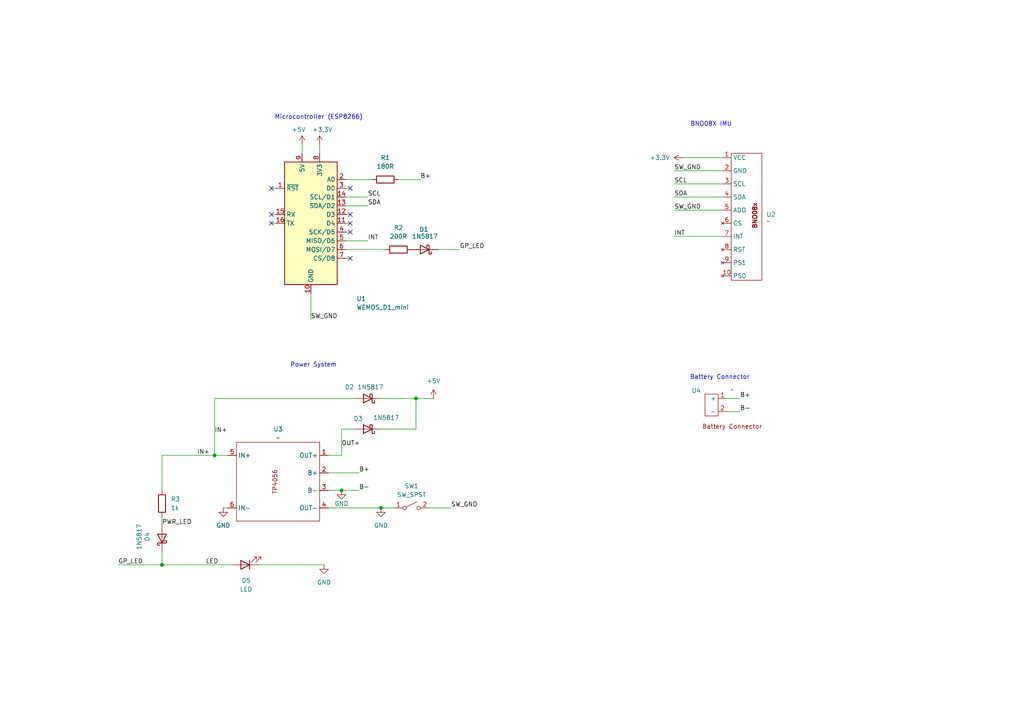
<source format=kicad_sch>
(kicad_sch (version 20250114) (generator "eeschema") (generator_version "9.0")
  (paper "A4")
  (title_block (title "CVISS Tracker PCB") (company "Noah Yacowar"))
  (lib_symbols
    (symbol "Battery_Connector_1"
      (property "Reference" "U" (at 3.81 0 0))
      (symbol "Battery_Connector_1_0_1"
        (rectangle (start 6.35 8.89) (end 10.16 2.54))
      )
      (symbol "Battery_Connector_1_1_1"
        (text "Battery Connector\n" (at 2.286 11.938 0) (effects (font (size 1.27 1.27))))
        (pin power_in line (at 3.81 7.62 0) (length 2.54) (name "-") (number "2"))
        (pin power_in line (at 3.81 3.81 0) (length 2.54) (name "+") (number "1"))
      )
    )
    (symbol "Custom_Symbol_Library:BNO08x_Board"
      (property "Reference" "U" (at 0 0 0))
      (symbol "BNO08x_Board_0_1"
        (rectangle (start 10.16 -10.16) (end 10.16 -10.16))
      )
      (symbol "BNO08x_Board_1_1"
        (rectangle (start 1.27 -2.54) (end 10.16 -39.37))
        (text "BNO08x" (at 8.128 -20.574 900) (effects (font (size 1.27 1.27) (thickness 0.254) (bold yes))))
        (pin power_in line (at -1.27 -3.81 0) (length 2.54) (name "VCC") (number "1"))
        (pin power_out line (at -1.27 -7.62 0) (length 2.54) (name "GND") (number "2"))
        (pin bidirectional line (at -1.27 -11.43 0) (length 2.54) (name "SCL") (number "3"))
        (pin bidirectional line (at -1.27 -15.24 0) (length 2.54) (name "SDA") (number "4"))
        (pin input line (at -1.27 -19.05 0) (length 2.54) (name "ADO") (number "5"))
        (pin no_connect line (at -1.27 -22.86 0) (length 2.54) (name "CS") (number "6"))
        (pin output line (at -1.27 -26.67 0) (length 2.54) (name "INT") (number "7"))
        (pin no_connect line (at -1.27 -30.48 0) (length 2.54) (name "RST") (number "8"))
        (pin no_connect line (at -1.27 -34.29 0) (length 2.54) (name "PS1") (number "9"))
        (pin no_connect line (at -1.27 -38.1 0) (length 2.54) (name "PS0") (number "10"))
      )
    )
    (symbol "Custom_Symbol_Library:TP4056_Board"
      (property "Reference" "U" (at -10.668 9.652 0))
      (symbol "TP4056_Board_0_1"
        (rectangle (start -11.43 -1.27) (end 11.43 -25.4))
      )
      (symbol "TP4056_Board_1_1"
        (text "TP4056\n" (at 0 -14.224 0) (effects (font (size 1.27 1.27))))
        (pin power_out line (at -7.62 1.27 270) (length 2.54) (name "OUT+") (number "1"))
        (pin power_in line (at -7.62 -27.94 90) (length 2.54) (name "IN+") (number "5"))
        (pin power_out line (at -2.54 1.27 270) (length 2.54) (name "B+") (number "2"))
        (pin power_out line (at 2.54 1.27 270) (length 2.54) (name "B-") (number "3"))
        (pin power_out line (at 7.62 1.27 270) (length 2.54) (name "OUT-") (number "4"))
        (pin power_in line (at 7.62 -27.94 90) (length 2.54) (name "IN-") (number "6"))
      )
    )
    (symbol "Device:LED" (pin_numbers (hide yes)) (pin_names (offset 1.016) (hide yes))
      (property "Reference" "D" (at 0 2.54 0))
      (property "Value" "LED" (at 0 -2.54 0))
      (symbol "LED_0_1"
        (polyline (pts (xy -3.048 -0.762) (xy -4.572 -2.286) (xy -3.81 -2.286) (xy -4.572 -2.286) (xy -4.572 -1.524)))
        (polyline (pts (xy -1.778 -0.762) (xy -3.302 -2.286) (xy -2.54 -2.286) (xy -3.302 -2.286) (xy -3.302 -1.524)))
        (polyline (pts (xy -1.27 0) (xy 1.27 0)))
        (polyline (pts (xy -1.27 -1.27) (xy -1.27 1.27)) (stroke (width 0.254)))
        (polyline (pts (xy 1.27 -1.27) (xy 1.27 1.27) (xy -1.27 0) (xy 1.27 -1.27)) (stroke (width 0.254)))
      )
      (symbol "LED_1_1"
        (pin passive line (at -3.81 0 0) (length 2.54) (name "K") (number "1"))
        (pin passive line (at 3.81 0 180) (length 2.54) (name "A") (number "2"))
      )
    )
    (symbol "Device:R" (pin_numbers (hide yes)) (pin_names (offset 0))
      (property "Reference" "R" (at 2.032 0 90))
      (property "Value" "R" (at 0 0 90))
      (symbol "R_0_1"
        (rectangle (start -1.016 -2.54) (end 1.016 2.54) (stroke (width 0.254)))
      )
      (symbol "R_1_1"
        (pin passive line (at 0 3.81 270) (length 1.27) (name "~") (number "1"))
        (pin passive line (at 0 -3.81 90) (length 1.27) (name "~") (number "2"))
      )
    )
    (symbol "Diode:1N5817" (pin_numbers (hide yes)) (pin_names (offset 1.016) (hide yes))
      (property "Reference" "D" (at 0 2.54 0))
      (property "Value" "1N5817" (at 0 -2.54 0))
      (symbol "1N5817_0_1"
        (polyline (pts (xy -1.905 0.635) (xy -1.905 1.27) (xy -1.27 1.27) (xy -1.27 -1.27) (xy -0.635 -1.27) (xy -0.635 -0.635)) (stroke (width 0.254)))
        (polyline (pts (xy 1.27 1.27) (xy 1.27 -1.27) (xy -1.27 0) (xy 1.27 1.27)) (stroke (width 0.254)))
        (polyline (pts (xy 1.27 0) (xy -1.27 0)))
      )
      (symbol "1N5817_1_1"
        (pin passive line (at -3.81 0 0) (length 2.54) (name "K") (number "1"))
        (pin passive line (at 3.81 0 180) (length 2.54) (name "A") (number "2"))
      )
    )
    (symbol "RF_Module:WEMOS_D1_mini"
      (property "Reference" "U" (at 3.81 19.05 0))
      (property "Value" "WEMOS_D1_mini" (at 1.27 -19.05 0))
      (symbol "WEMOS_D1_mini_1_1"
        (rectangle (start -7.62 17.78) (end 7.62 -17.78) (stroke (width 0.254)) (fill (type background)))
        (pin input line (at -10.16 10.16 0) (length 2.54) (name "~{RST}") (number "1"))
        (pin input line (at -10.16 2.54 0) (length 2.54) (name "RX") (number "15"))
        (pin output line (at -10.16 0 0) (length 2.54) (name "TX") (number "16"))
        (pin power_in line (at -2.54 20.32 270) (length 2.54) (name "5V") (number "9"))
        (pin power_in line (at 0 -20.32 90) (length 2.54) (name "GND") (number "10"))
        (pin power_out line (at 2.54 20.32 270) (length 2.54) (name "3V3") (number "8"))
        (pin input line (at 10.16 12.7 180) (length 2.54) (name "A0") (number "2"))
        (pin bidirectional line (at 10.16 10.16 180) (length 2.54) (name "D0") (number "3"))
        (pin bidirectional line (at 10.16 7.62 180) (length 2.54) (name "SCL/D1") (number "14"))
        (pin bidirectional line (at 10.16 5.08 180) (length 2.54) (name "SDA/D2") (number "13"))
        (pin bidirectional line (at 10.16 2.54 180) (length 2.54) (name "D3") (number "12"))
        (pin bidirectional line (at 10.16 0 180) (length 2.54) (name "D4") (number "11"))
        (pin bidirectional line (at 10.16 -2.54 180) (length 2.54) (name "SCK/D5") (number "4"))
        (pin bidirectional line (at 10.16 -5.08 180) (length 2.54) (name "MISO/D6") (number "5"))
        (pin bidirectional line (at 10.16 -7.62 180) (length 2.54) (name "MOSI/D7") (number "6"))
        (pin bidirectional line (at 10.16 -10.16 180) (length 2.54) (name "CS/D8") (number "7"))
      )
    )
    (symbol "Switch:SW_SPST" (pin_names (offset 0) (hide yes))
      (property "Reference" "SW" (at 0 3.175 0))
      (property "Value" "SW_SPST" (at 0 -2.54 0))
      (symbol "SW_SPST_0_0"
        (circle (center -2.032 0) (radius 0.508))
        (polyline (pts (xy -1.524 0.254) (xy 1.524 1.778)))
        (circle (center 2.032 0) (radius 0.508))
      )
      (symbol "SW_SPST_1_1"
        (pin passive line (at -5.08 0 0) (length 2.54) (name "A") (number "1"))
        (pin passive line (at 5.08 0 180) (length 2.54) (name "B") (number "2"))
      )
    )
    (symbol "power:+3.3V" (power) (pin_numbers (hide yes)) (pin_names (offset 0) (hide yes))
      (property "Value" "+3.3V" (at 0 3.556 0))
      (symbol "+3.3V_0_1"
        (polyline (pts (xy -0.762 1.27) (xy 0 2.54)))
        (polyline (pts (xy 0 2.54) (xy 0.762 1.27)))
        (polyline (pts (xy 0 0) (xy 0 2.54)))
      )
      (symbol "+3.3V_1_1"
        (pin power_in line (at 0 0 90) (length 0) (name "~") (number "1"))
      )
    )
    (symbol "power:+5V" (power) (pin_numbers (hide yes)) (pin_names (offset 0) (hide yes))
      (property "Value" "+5V" (at 0 3.556 0))
      (symbol "+5V_0_1"
        (polyline (pts (xy -0.762 1.27) (xy 0 2.54)))
        (polyline (pts (xy 0 2.54) (xy 0.762 1.27)))
        (polyline (pts (xy 0 0) (xy 0 2.54)))
      )
      (symbol "+5V_1_1"
        (pin power_in line (at 0 0 90) (length 0) (name "~") (number "1"))
      )
    )
    (symbol "power:GND" (power) (pin_numbers (hide yes)) (pin_names (offset 0) (hide yes))
      (property "Value" "GND" (at 0 -3.81 0))
      (symbol "GND_0_1"
        (polyline (pts (xy 0 0) (xy 0 -1.27) (xy 1.27 -1.27) (xy 0 -2.54) (xy -1.27 -1.27) (xy 0 -1.27)))
      )
      (symbol "GND_1_1"
        (pin power_in line (at 0 0 270) (length 0) (name "~") (number "1"))
      )
    )
  )
  (text "BNO08X IMU\n" (at 206.248 36.068 0) (effects (font (size 1.27 1.27))))
  (text "Power System" (at 90.932 105.918 0) (effects (font (size 1.27 1.27))))
  (text "Microcontroller (ESP8266)" (at 92.456 34.036 0) (effects (font (size 1.27 1.27))))
  (text "Battery Connector\n" (at 208.788 109.474 0) (effects (font (size 1.27 1.27))))
  (junction (at 120.65 115.57))
  (junction (at 62.23 132.08))
  (junction (at 110.49 147.32))
  (junction (at 46.99 163.83))
  (junction (at 99.06 142.24))
  (no_connect (at 101.6 62.23))
  (no_connect (at 78.74 54.61))
  (no_connect (at 101.6 64.77))
  (no_connect (at 78.74 64.77))
  (no_connect (at 101.6 74.93))
  (no_connect (at 101.6 67.31))
  (no_connect (at 101.6 54.61))
  (no_connect (at 78.74 62.23))
  (wire (pts (xy 121.92 52.07) (xy 115.57 52.07)))
  (wire (pts (xy 100.33 57.15) (xy 106.68 57.15)))
  (wire (pts (xy 99.06 124.46) (xy 102.87 124.46)))
  (wire (pts (xy 100.33 72.39) (xy 111.76 72.39)))
  (wire (pts (xy 101.6 54.61) (xy 100.33 54.61)))
  (wire (pts (xy 110.49 147.32) (xy 95.25 147.32)))
  (wire (pts (xy 64.77 147.32) (xy 66.04 147.32)))
  (wire (pts (xy 195.58 68.58) (xy 209.55 68.58)))
  (wire (pts (xy 210.82 119.38) (xy 214.63 119.38)))
  (wire (pts (xy 74.93 163.83) (xy 93.98 163.83)))
  (wire (pts (xy 78.74 54.61) (xy 80.01 54.61)))
  (wire (pts (xy 195.58 53.34) (xy 209.55 53.34)))
  (wire (pts (xy 99.06 142.24) (xy 95.25 142.24)))
  (wire (pts (xy 110.49 115.57) (xy 120.65 115.57)))
  (wire (pts (xy 198.12 45.72) (xy 209.55 45.72)))
  (wire (pts (xy 34.29 163.83) (xy 46.99 163.83)))
  (wire (pts (xy 100.33 62.23) (xy 101.6 62.23)))
  (wire (pts (xy 100.33 64.77) (xy 101.6 64.77)))
  (wire (pts (xy 100.33 74.93) (xy 101.6 74.93)))
  (wire (pts (xy 195.58 60.96) (xy 209.55 60.96)))
  (wire (pts (xy 46.99 163.83) (xy 67.31 163.83)))
  (wire (pts (xy 124.46 147.32) (xy 130.81 147.32)))
  (wire (pts (xy 92.71 41.91) (xy 92.71 44.45)))
  (wire (pts (xy 95.25 132.08) (xy 99.06 132.08)))
  (wire (pts (xy 127 72.39) (xy 133.35 72.39)))
  (wire (pts (xy 210.82 115.57) (xy 214.63 115.57)))
  (wire (pts (xy 46.99 149.86) (xy 46.99 152.4)))
  (wire (pts (xy 90.17 85.09) (xy 90.17 92.71)))
  (wire (pts (xy 99.06 124.46) (xy 99.06 132.08)))
  (wire (pts (xy 62.23 115.57) (xy 62.23 132.08)))
  (wire (pts (xy 46.99 132.08) (xy 62.23 132.08)))
  (wire (pts (xy 46.99 160.02) (xy 46.99 163.83)))
  (wire (pts (xy 120.65 115.57) (xy 125.73 115.57)))
  (wire (pts (xy 87.63 41.91) (xy 87.63 44.45)))
  (wire (pts (xy 104.14 142.24) (xy 99.06 142.24)))
  (wire (pts (xy 78.74 62.23) (xy 80.01 62.23)))
  (wire (pts (xy 107.95 52.07) (xy 100.33 52.07)))
  (wire (pts (xy 78.74 64.77) (xy 80.01 64.77)))
  (wire (pts (xy 100.33 69.85) (xy 106.68 69.85)))
  (wire (pts (xy 46.99 132.08) (xy 46.99 142.24)))
  (wire (pts (xy 62.23 115.57) (xy 102.87 115.57)))
  (wire (pts (xy 100.33 67.31) (xy 101.6 67.31)))
  (wire (pts (xy 104.14 137.16) (xy 95.25 137.16)))
  (wire (pts (xy 195.58 57.15) (xy 209.55 57.15)))
  (wire (pts (xy 120.65 115.57) (xy 120.65 124.46)))
  (wire (pts (xy 195.58 49.53) (xy 209.55 49.53)))
  (wire (pts (xy 62.23 132.08) (xy 66.04 132.08)))
  (wire (pts (xy 100.33 59.69) (xy 106.68 59.69)))
  (wire (pts (xy 110.49 124.46) (xy 120.65 124.46)))
  (wire (pts (xy 110.49 147.32) (xy 114.3 147.32)))
  (label "B+" (at 214.63 115.57 0))
  (label "B+" (at 121.92 52.07 0))
  (label "GP_LED" (at 34.29 163.83 0))
  (label "INT" (at 195.58 68.58 0))
  (label "SCL" (at 106.68 57.15 0))
  (label "B-" (at 214.63 119.38 0))
  (label "SW_GND" (at 195.58 60.96 0))
  (label "INT" (at 106.68 69.85 0))
  (label "SCL" (at 195.58 53.34 0))
  (label "B-" (at 104.14 142.24 0))
  (label "SDA" (at 106.68 59.69 0))
  (label "GP_LED" (at 133.35 72.39 0))
  (label "SW_GND" (at 130.81 147.32 0))
  (label "SDA" (at 195.58 57.15 0))
  (label "SW_GND" (at 90.17 92.71 0))
  (label "OUT+" (at 99.06 129.54 0))
  (label "SW_GND" (at 195.58 49.53 0))
  (label "B+" (at 104.14 137.16 0))
  (label "IN+" (at 57.15 132.08 0))
  (label "LED" (at 59.69 163.83 0))
  (label "IN+" (at 62.23 125.73 0))
  (label "PWR_LED" (at 46.99 152.4 0))
  (symbol (lib_name "Battery_Connector_1") (lib_id "Custom_Symbol_Library:Battery_Connector") (at 214.63 111.76 180) (unit 1)
    (property "Reference" "U4" (at 201.93 113.284 0))
    (property "Value" "~" (at 212.3439 113.03 0))
    (property "Footprint" "Custom_Footprint_Library:Battery_Connector" (effects (hide yes)))
  )
  (symbol (lib_id "Device:R") (at 115.57 72.39 90) (unit 1)
    (property "Reference" "R2" (at 115.57 66.04 90))
    (property "Value" "200R" (at 115.57 68.58 90))
    (property "Footprint" "Resistor_THT:R_Axial_DIN0207_L6.3mm_D2.5mm_P7.62mm_Horizontal" (effects (hide yes)))
    (property "Description" "Resistor" (effects (hide yes)))
  )
  (symbol (lib_id "power:GND") (at 110.49 147.32 0) (unit 1)
    (property "Reference" "#PWR03" (effects (hide yes)))
    (property "Value" "GND" (at 110.49 152.4 0))
    (property "Description" "Power symbol creates a global label with name \"GND\" , ground" (effects (hide yes)))
  )
  (symbol (lib_id "power:GND") (at 93.98 163.83 0) (unit 1)
    (property "Reference" "#PWR06" (effects (hide yes)))
    (property "Value" "GND" (at 93.98 168.91 0))
    (property "Description" "Power symbol creates a global label with name \"GND\" , ground" (effects (hide yes)))
  )
  (symbol (lib_id "power:GND") (at 64.77 147.32 0) (unit 1)
    (property "Reference" "#PWR04" (effects (hide yes)))
    (property "Value" "GND" (at 64.77 152.4 0))
    (property "Description" "Power symbol creates a global label with name \"GND\" , ground" (effects (hide yes)))
  )
  (symbol (lib_id "Device:R") (at 46.99 146.05 0) (unit 1)
    (property "Reference" "R3" (at 49.53 144.7799 0) (effects (justify left)))
    (property "Value" "1k" (at 49.53 147.3199 0) (effects (justify left)))
    (property "Footprint" "Resistor_THT:R_Axial_DIN0207_L6.3mm_D2.5mm_P7.62mm_Horizontal" (effects (hide yes)))
    (property "Description" "Resistor" (effects (hide yes)))
  )
  (symbol (lib_id "Device:R") (at 111.76 52.07 90) (unit 1)
    (property "Reference" "R1" (at 111.76 45.72 90))
    (property "Value" "180R" (at 111.76 48.26 90))
    (property "Footprint" "Resistor_THT:R_Axial_DIN0207_L6.3mm_D2.5mm_P7.62mm_Horizontal" (effects (hide yes)))
    (property "Description" "Resistor" (effects (hide yes)))
  )
  (symbol (lib_id "Diode:1N5817") (at 46.99 156.21 90) (unit 1)
    (property "Reference" "D4" (at 42.672 155.702 0))
    (property "Value" "1N5817" (at 40.386 155.702 0))
    (property "Footprint" "Diode_THT:D_DO-41_SOD81_P10.16mm_Horizontal" (effects (hide yes)))
    (property "Datasheet" "http://www.vishay.com/docs/88525/1n5817.pdf" (effects (hide yes)))
    (property "Description" "20V 1A Schottky Barrier Rectifier Diode, DO-41" (effects (hide yes)))
  )
  (symbol (lib_id "Diode:1N5817") (at 123.19 72.39 180) (unit 1)
    (property "Reference" "D1" (at 122.936 66.548 0))
    (property "Value" "1N5817" (at 123.2535 68.58 0))
    (property "Footprint" "Diode_THT:D_DO-41_SOD81_P10.16mm_Horizontal" (effects (hide yes)))
    (property "Datasheet" "http://www.vishay.com/docs/88525/1n5817.pdf" (effects (hide yes)))
    (property "Description" "20V 1A Schottky Barrier Rectifier Diode, DO-41" (effects (hide yes)))
  )
  (symbol (lib_id "Custom_Symbol_Library:BNO08x_Board") (at 210.82 41.91 0) (unit 1)
    (property "Reference" "U2" (at 222.25 62.2299 0) (effects (justify left)))
    (property "Value" "~" (at 222.25 64.135 0) (effects (justify left)))
    (property "Footprint" "Custom_Footprint_Library:BNO08x_Board" (effects (hide yes)))
  )
  (symbol (lib_id "Diode:1N5817") (at 106.68 124.46 180) (unit 1)
    (property "Reference" "D3" (at 103.886 121.412 0))
    (property "Value" "1N5817" (at 112.014 121.158 0))
    (property "Footprint" "Diode_THT:D_DO-41_SOD81_P10.16mm_Horizontal" (effects (hide yes)))
    (property "Datasheet" "http://www.vishay.com/docs/88525/1n5817.pdf" (effects (hide yes)))
    (property "Description" "20V 1A Schottky Barrier Rectifier Diode, DO-41" (effects (hide yes)))
  )
  (symbol (lib_id "RF_Module:WEMOS_D1_mini") (at 90.17 64.77 0) (unit 1)
    (property "Reference" "U1" (at 103.378 86.614 0) (effects (justify left)))
    (property "Value" "WEMOS_D1_mini" (at 103.378 89.154 0) (effects (justify left)))
    (property "Footprint" "RF_Module:WEMOS_D1_mini_light" (effects (hide yes)))
    (property "Datasheet" "https://wiki.wemos.cc/products:d1:d1_mini#documentation" (effects (hide yes)))
    (property "Description" "32-bit microcontroller module with WiFi" (effects (hide yes)))
  )
  (symbol (lib_id "Switch:SW_SPST") (at 119.38 147.32 0) (unit 1)
    (property "Reference" "SW1" (at 119.38 140.97 0))
    (property "Value" "SW_SPST" (at 119.38 143.51 0))
    (property "Footprint" "Custom_Footprint_Library:SK12DO7_Switch" (effects (hide yes)))
    (property "Description" "Single Pole Single Throw (SPST) switch" (effects (hide yes)))
  )
  (symbol (lib_id "power:+3.3V") (at 198.12 45.72 90) (unit 1)
    (property "Reference" "#PWR02" (effects (hide yes)))
    (property "Value" "+3.3V" (at 194.31 45.7199 90) (effects (justify left)))
    (property "Description" "Power symbol creates a global label with name \"+3.3V\"" (effects (hide yes)))
  )
  (symbol (lib_id "power:+5V") (at 125.73 115.57 0) (unit 1)
    (property "Reference" "#PWR05" (effects (hide yes)))
    (property "Value" "+5V" (at 125.73 110.49 0))
    (property "Description" "Power symbol creates a global label with name \"+5V\"" (effects (hide yes)))
  )
  (symbol (lib_id "Device:LED") (at 71.12 163.83 180) (unit 1)
    (property "Reference" "D5" (at 71.374 168.402 0))
    (property "Value" "LED" (at 71.374 170.942 0))
    (property "Footprint" "LED_THT:LED_D5.0mm_Clear" (effects (hide yes)))
    (property "Description" "Light emitting diode" (effects (hide yes)))
    (property "Sim.Pins" "1=K 2=A" (effects (hide yes)))
  )
  (symbol (lib_id "power:GND") (at 99.06 142.24 0) (unit 1)
    (property "Reference" "#PWR01" (effects (hide yes)))
    (property "Value" "GND" (at 99.06 146.05 0))
    (property "Description" "Power symbol creates a global label with name \"GND\" , ground" (effects (hide yes)))
  )
  (symbol (lib_id "power:+3.3V") (at 92.71 41.91 0) (unit 1)
    (property "Reference" "#PWR010" (effects (hide yes)))
    (property "Value" "+3.3V" (at 93.472 37.592 0))
    (property "Description" "Power symbol creates a global label with name \"+3.3V\"" (effects (hide yes)))
  )
  (symbol (lib_id "Diode:1N5817") (at 106.68 115.57 180) (unit 1)
    (property "Reference" "D2" (at 101.346 112.268 0))
    (property "Value" "1N5817" (at 107.442 112.268 0))
    (property "Footprint" "Diode_THT:D_DO-41_SOD81_P10.16mm_Horizontal" (effects (hide yes)))
    (property "Datasheet" "http://www.vishay.com/docs/88525/1n5817.pdf" (effects (hide yes)))
    (property "Description" "20V 1A Schottky Barrier Rectifier Diode, DO-41" (effects (hide yes)))
  )
  (symbol (lib_id "Custom_Symbol_Library:TP4056_Board") (at 93.98 139.7 270) (unit 1)
    (property "Reference" "U3" (at 80.645 124.46 90))
    (property "Value" "~" (at 80.645 127 90))
    (property "Footprint" "Custom_Footprint_Library:TP4056_Board" (effects (hide yes)))
  )
  (symbol (lib_id "power:+5V") (at 87.63 41.91 0) (unit 1)
    (property "Reference" "#PWR09" (effects (hide yes)))
    (property "Value" "+5V" (at 86.614 37.592 0))
    (property "Description" "Power symbol creates a global label with name \"+5V\"" (effects (hide yes)))
  )
)
</source>
